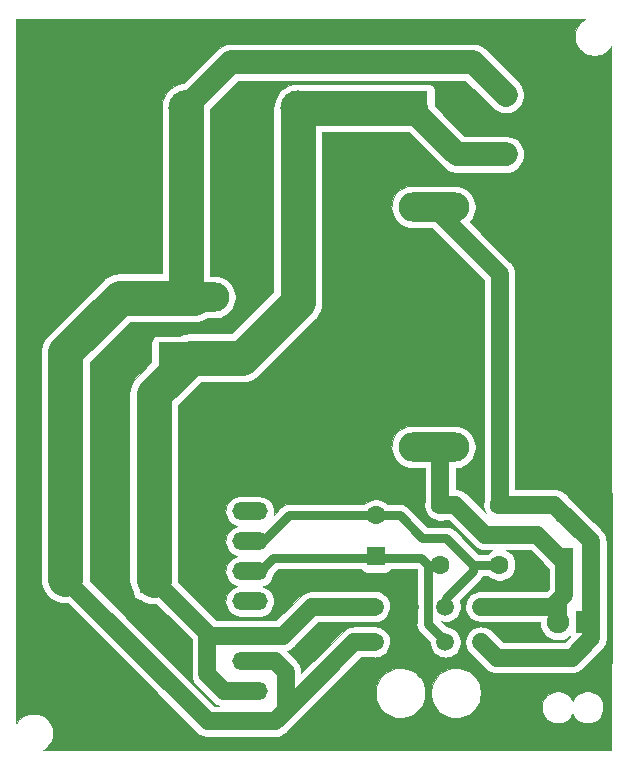
<source format=gbr>
G04 #@! TF.GenerationSoftware,KiCad,Pcbnew,(5.99.0-576-ga860ac506)*
G04 #@! TF.CreationDate,2021-04-05T16:40:01+02:00*
G04 #@! TF.ProjectId,8 Inch Floppy Power Supply,3820496e-6368-4204-966c-6f7070792050,rev?*
G04 #@! TF.SameCoordinates,Original*
G04 #@! TF.FileFunction,Copper,L2,Bot*
G04 #@! TF.FilePolarity,Positive*
%FSLAX46Y46*%
G04 Gerber Fmt 4.6, Leading zero omitted, Abs format (unit mm)*
G04 Created by KiCad (PCBNEW (5.99.0-576-ga860ac506)) date 2021-04-05 16:40:01*
%MOMM*%
%LPD*%
G04 APERTURE LIST*
%ADD10R,1.600000X1.600000*%
%ADD11C,1.600000*%
%ADD12R,1.900000X1.900000*%
%ADD13C,1.900000*%
%ADD14C,3.000000*%
%ADD15R,3.000000X3.000000*%
%ADD16R,6.000000X2.500000*%
%ADD17O,6.000000X2.500000*%
%ADD18O,3.000000X1.500000*%
%ADD19R,3.000000X1.500000*%
%ADD20R,2.400000X2.400000*%
%ADD21C,2.400000*%
%ADD22C,1.500000*%
%ADD23C,1.500000*%
%ADD24C,0.750000*%
%ADD25C,3.000000*%
%ADD26C,2.000000*%
%ADD27C,0.250000*%
%ADD28C,0.125000*%
G04 APERTURE END LIST*
D10*
X66929000Y-66047500D03*
D11*
X66929000Y-62547500D03*
D12*
X68897500Y-71628000D03*
D13*
X66397500Y-71628000D03*
D14*
X25411500Y-28067000D03*
X34911500Y-28067000D03*
D15*
X53911500Y-28067000D03*
D14*
X44411500Y-28067000D03*
D11*
X50990500Y-62540000D03*
D10*
X50990500Y-66040000D03*
D16*
X35560000Y-49149000D03*
D17*
X35560000Y-44069000D03*
X55880000Y-56769000D03*
X55880000Y-36449000D03*
D18*
X40322500Y-62230000D03*
X40322500Y-64770000D03*
X40322500Y-74930000D03*
X40322500Y-67310000D03*
X40322500Y-69850000D03*
X40322500Y-77470000D03*
D19*
X40322500Y-80010000D03*
D11*
X61451500Y-66738500D03*
X56451500Y-66738500D03*
X56451500Y-61658500D03*
X61451500Y-61658500D03*
X61976000Y-31940500D03*
X61976000Y-26940500D03*
D20*
X32194500Y-67945000D03*
D21*
X24694500Y-67945000D03*
D22*
X50880500Y-73279000D03*
X50880500Y-70279000D03*
X53880500Y-73279000D03*
X53880500Y-70279000D03*
X56880500Y-70279000D03*
X56880500Y-73279000D03*
X59880500Y-73279000D03*
X59880500Y-70279000D03*
D23*
X66929000Y-66484500D02*
X66929000Y-69342000D01*
X64643000Y-64198500D02*
X66929000Y-66484500D01*
X60261500Y-64198500D02*
X64643000Y-64198500D01*
X56451500Y-61658500D02*
X57721500Y-61658500D01*
X66929000Y-69342000D02*
X66421000Y-69850000D01*
X57721500Y-61658500D02*
X60261500Y-64198500D01*
X66103500Y-61658500D02*
X69215000Y-64770000D01*
X61468000Y-42100500D02*
X61468000Y-61658500D01*
X61214000Y-74612500D02*
X59880500Y-73279000D01*
X61468000Y-61658500D02*
X66103500Y-61658500D01*
X69215000Y-64770000D02*
X69215000Y-72955000D01*
X55880000Y-36512500D02*
X61468000Y-42100500D01*
X69215000Y-72955000D02*
X67557500Y-74612500D01*
X67557500Y-74612500D02*
X61214000Y-74612500D01*
D24*
X41148000Y-67310000D02*
X42291000Y-66167000D01*
X54800500Y-66167000D02*
X55372000Y-66738500D01*
X40322500Y-67310000D02*
X41148000Y-67310000D01*
X42291000Y-66167000D02*
X54800500Y-66167000D01*
X55372000Y-66738500D02*
X55372000Y-71755000D01*
X56451500Y-66738500D02*
X55372000Y-66738500D01*
X55372000Y-71755000D02*
X56896000Y-73279000D01*
X53022500Y-62547500D02*
X54927500Y-64452500D01*
X41402000Y-64770000D02*
X43624500Y-62547500D01*
D25*
X34925000Y-43497500D02*
X35560000Y-44132500D01*
D24*
X43624500Y-62547500D02*
X53022500Y-62547500D01*
X59245500Y-67246500D02*
X56896000Y-69596000D01*
X59245500Y-66738500D02*
X59245500Y-67246500D01*
D26*
X61976000Y-26940500D02*
X59229000Y-24193500D01*
D24*
X40322500Y-64770000D02*
X41402000Y-64770000D01*
X54927500Y-64452500D02*
X56959500Y-64452500D01*
X59245500Y-66738500D02*
X59690000Y-66738500D01*
X56959500Y-64452500D02*
X59245500Y-66738500D01*
D23*
X24701500Y-67945000D02*
X36766500Y-80010000D01*
X36766500Y-80010000D02*
X42453500Y-80010000D01*
X42453500Y-80010000D02*
X42785000Y-79678500D01*
D26*
X59229000Y-24193500D02*
X38735000Y-24193500D01*
X38735000Y-24193500D02*
X34925000Y-28003500D01*
D23*
X49184500Y-73279000D02*
X50863500Y-73279000D01*
D24*
X56896000Y-69596000D02*
X56896000Y-70294500D01*
X59690000Y-66738500D02*
X61404500Y-66738500D01*
D23*
X42785000Y-79678500D02*
X49184500Y-73279000D01*
X42799000Y-79664500D02*
X42785000Y-79678500D01*
D25*
X29337000Y-44132500D02*
X24701500Y-48768000D01*
D23*
X45593000Y-70294500D02*
X50863500Y-70294500D01*
X36703000Y-72517000D02*
X36957000Y-72771000D01*
X36957000Y-72771000D02*
X43116500Y-72771000D01*
D25*
X35560000Y-44132500D02*
X29337000Y-44132500D01*
X24701500Y-48768000D02*
X24701500Y-67945000D01*
X34925000Y-28003500D02*
X34925000Y-43497500D01*
D23*
X43116500Y-72771000D02*
X45593000Y-70294500D01*
D26*
X53911500Y-28067000D02*
X57848500Y-32004000D01*
X57848500Y-32004000D02*
X61976000Y-32004000D01*
D23*
X66421000Y-71628000D02*
X66357500Y-71691500D01*
X64960500Y-70294500D02*
X63373000Y-70294500D01*
X63373000Y-70294500D02*
X59880500Y-70294500D01*
D25*
X44386500Y-44513500D02*
X39687500Y-49212500D01*
D23*
X32194500Y-68008500D02*
X36703000Y-72517000D01*
D25*
X35306000Y-49212500D02*
X32194500Y-52324000D01*
X32194500Y-52324000D02*
X32194500Y-68008500D01*
X39687500Y-49212500D02*
X35306000Y-49212500D01*
X44386500Y-28067000D02*
X44386500Y-44513500D01*
X53911500Y-28067000D02*
X44386500Y-28067000D01*
D23*
X40322500Y-74930000D02*
X42481500Y-74930000D01*
X42481500Y-74930000D02*
X43370500Y-75819000D01*
X43370500Y-75819000D02*
X43370500Y-79093000D01*
X43370500Y-79093000D02*
X42799000Y-79664500D01*
X38163500Y-77470000D02*
X36703000Y-76009500D01*
X36703000Y-76009500D02*
X36703000Y-72517000D01*
X40322500Y-77470000D02*
X38163500Y-77470000D01*
D27*
X61595000Y-22225000D02*
X31253500Y-22225000D01*
X54546500Y-74993500D02*
X59118500Y-74993500D01*
X59118500Y-74993500D02*
X61087000Y-76962000D01*
X31253500Y-22225000D02*
X25411500Y-28067000D01*
X70866000Y-75057000D02*
X70866000Y-60642500D01*
X68961000Y-76962000D02*
X70866000Y-75057000D01*
D23*
X64960500Y-70294500D02*
X65976500Y-70294500D01*
X65976500Y-70294500D02*
X66421000Y-69850000D01*
D27*
X70866000Y-60642500D02*
X66929000Y-56705500D01*
D23*
X56451500Y-57404000D02*
X56451500Y-61658500D01*
X55880000Y-56832500D02*
X56451500Y-57404000D01*
D27*
X53911500Y-74358500D02*
X54546500Y-74993500D01*
D23*
X66421000Y-69850000D02*
X66421000Y-71628000D01*
D27*
X66929000Y-56705500D02*
X66929000Y-27559000D01*
X66929000Y-27559000D02*
X61595000Y-22225000D01*
X53911500Y-70294500D02*
X53911500Y-74358500D01*
X61087000Y-76962000D02*
X68961000Y-76962000D01*
G36*
X68629184Y-20578959D02*
G01*
X68417605Y-20732679D01*
X68232679Y-20917605D01*
X68078959Y-21129184D01*
X67960228Y-21362205D01*
X67879412Y-21610932D01*
X67838501Y-21869237D01*
X67838501Y-22130763D01*
X67879412Y-22389068D01*
X67960228Y-22637795D01*
X68078959Y-22870816D01*
X68232679Y-23082395D01*
X68417605Y-23267321D01*
X68629184Y-23421041D01*
X68862205Y-23539772D01*
X69110932Y-23620588D01*
X69369237Y-23661499D01*
X69630763Y-23661499D01*
X69889068Y-23620588D01*
X70137795Y-23539772D01*
X70370816Y-23421041D01*
X70582395Y-23267321D01*
X70767321Y-23082395D01*
X70921041Y-22870816D01*
X70938501Y-22836549D01*
X70938500Y-82438500D01*
X22836551Y-82438500D01*
X22870816Y-82421041D01*
X23082395Y-82267321D01*
X23267321Y-82082395D01*
X23421041Y-81870816D01*
X23539772Y-81637795D01*
X23620588Y-81389068D01*
X23661499Y-81130763D01*
X23661499Y-80869237D01*
X23620588Y-80610932D01*
X23539772Y-80362205D01*
X23421041Y-80129184D01*
X23267321Y-79917605D01*
X23082395Y-79732679D01*
X22870816Y-79578959D01*
X22637795Y-79460228D01*
X22389068Y-79379412D01*
X22130763Y-79338501D01*
X21869237Y-79338501D01*
X21610932Y-79379412D01*
X21362205Y-79460228D01*
X21129184Y-79578959D01*
X20917605Y-79732679D01*
X20732679Y-79917605D01*
X20578959Y-80129184D01*
X20561500Y-80163449D01*
X20561500Y-48677898D01*
X22640000Y-48677898D01*
X22640001Y-68034998D01*
X22663566Y-68304343D01*
X22756925Y-68652768D01*
X22909371Y-68979686D01*
X23116268Y-69275167D01*
X23371334Y-69530233D01*
X23666814Y-69737130D01*
X23993733Y-69889576D01*
X24342158Y-69982935D01*
X24701500Y-70014374D01*
X24898866Y-69997106D01*
X35800129Y-80898370D01*
X35856732Y-80965351D01*
X35957200Y-81042165D01*
X36055736Y-81121389D01*
X36070237Y-81128588D01*
X36083102Y-81138424D01*
X36197730Y-81191875D01*
X36310972Y-81248089D01*
X36326681Y-81252005D01*
X36342937Y-81259586D01*
X36385038Y-81266556D01*
X36587459Y-81317026D01*
X36710696Y-81320469D01*
X36716928Y-81321500D01*
X36747619Y-81321500D01*
X36872300Y-81324983D01*
X36890558Y-81321500D01*
X38773375Y-81321500D01*
X38817119Y-81329213D01*
X41830597Y-81329213D01*
X41859381Y-81321500D01*
X42398357Y-81321500D01*
X42485731Y-81328837D01*
X42611080Y-81312113D01*
X42736786Y-81298457D01*
X42752131Y-81293293D01*
X42768180Y-81291151D01*
X42886982Y-81247911D01*
X43006855Y-81207568D01*
X43020736Y-81199228D01*
X43037586Y-81193095D01*
X43072279Y-81168258D01*
X43251107Y-81060808D01*
X43340683Y-80976099D01*
X43345816Y-80972424D01*
X43367507Y-80950733D01*
X43458145Y-80865021D01*
X43468593Y-80849647D01*
X43760341Y-80557899D01*
X44258866Y-80059375D01*
X44325851Y-80002768D01*
X44359553Y-79958687D01*
X46719240Y-77599000D01*
X50963845Y-77599000D01*
X50984444Y-77893581D01*
X51045840Y-78182429D01*
X51146840Y-78459921D01*
X51285475Y-78720657D01*
X51459048Y-78959560D01*
X51664181Y-79171981D01*
X51896882Y-79353786D01*
X52152619Y-79501437D01*
X52426418Y-79612059D01*
X52712947Y-79683499D01*
X53006629Y-79714366D01*
X53301751Y-79704059D01*
X53592566Y-79652782D01*
X53873413Y-79561528D01*
X54138828Y-79432078D01*
X54383643Y-79266947D01*
X54603094Y-79069352D01*
X54792910Y-78843139D01*
X54949396Y-78592709D01*
X55069505Y-78322939D01*
X55150901Y-78039078D01*
X55191999Y-77746651D01*
X55191999Y-77599000D01*
X55663845Y-77599000D01*
X55684444Y-77893581D01*
X55745840Y-78182429D01*
X55846840Y-78459921D01*
X55985475Y-78720657D01*
X56159048Y-78959560D01*
X56364181Y-79171981D01*
X56596882Y-79353786D01*
X56852619Y-79501437D01*
X57126418Y-79612059D01*
X57412947Y-79683499D01*
X57706629Y-79714366D01*
X58001751Y-79704059D01*
X58292566Y-79652782D01*
X58573413Y-79561528D01*
X58838828Y-79432078D01*
X59083643Y-79266947D01*
X59303094Y-79069352D01*
X59492910Y-78843139D01*
X59589299Y-78688884D01*
X65036001Y-78688884D01*
X65036001Y-78927116D01*
X65077370Y-79161728D01*
X65158849Y-79385592D01*
X65277965Y-79591907D01*
X65431097Y-79774403D01*
X65613593Y-79927535D01*
X65819908Y-80046651D01*
X66043772Y-80128130D01*
X66278384Y-80169499D01*
X66516616Y-80169499D01*
X66751228Y-80128130D01*
X66975092Y-80046651D01*
X67181407Y-79927535D01*
X67363903Y-79774403D01*
X67517035Y-79591907D01*
X67636151Y-79385592D01*
X67647500Y-79354411D01*
X67658849Y-79385592D01*
X67777965Y-79591907D01*
X67931097Y-79774403D01*
X68113593Y-79927535D01*
X68319908Y-80046651D01*
X68543772Y-80128130D01*
X68778384Y-80169499D01*
X69016616Y-80169499D01*
X69251228Y-80128130D01*
X69475092Y-80046651D01*
X69681407Y-79927535D01*
X69863903Y-79774403D01*
X70017035Y-79591907D01*
X70136151Y-79385592D01*
X70217630Y-79161728D01*
X70258999Y-78927116D01*
X70258999Y-78688884D01*
X70217630Y-78454272D01*
X70136151Y-78230408D01*
X70017035Y-78024093D01*
X69863903Y-77841597D01*
X69681407Y-77688465D01*
X69475092Y-77569349D01*
X69251228Y-77487870D01*
X69016616Y-77446501D01*
X68778384Y-77446501D01*
X68543772Y-77487870D01*
X68319908Y-77569349D01*
X68113593Y-77688465D01*
X67931097Y-77841597D01*
X67777965Y-78024093D01*
X67658849Y-78230408D01*
X67647500Y-78261589D01*
X67636151Y-78230408D01*
X67517035Y-78024093D01*
X67363903Y-77841597D01*
X67181407Y-77688465D01*
X66975092Y-77569349D01*
X66751228Y-77487870D01*
X66516616Y-77446501D01*
X66278384Y-77446501D01*
X66043772Y-77487870D01*
X65819908Y-77569349D01*
X65613593Y-77688465D01*
X65431097Y-77841597D01*
X65277965Y-78024093D01*
X65158849Y-78230408D01*
X65077370Y-78454272D01*
X65036001Y-78688884D01*
X59589299Y-78688884D01*
X59649396Y-78592709D01*
X59769505Y-78322939D01*
X59850901Y-78039078D01*
X59891999Y-77746651D01*
X59891999Y-77451349D01*
X59850901Y-77158922D01*
X59769505Y-76875061D01*
X59649396Y-76605291D01*
X59492910Y-76354861D01*
X59303094Y-76128648D01*
X59083643Y-75931053D01*
X58838828Y-75765922D01*
X58573413Y-75636472D01*
X58292566Y-75545218D01*
X58001751Y-75493941D01*
X57706629Y-75483634D01*
X57412947Y-75514501D01*
X57126418Y-75585941D01*
X56852619Y-75696563D01*
X56596882Y-75844214D01*
X56364181Y-76026019D01*
X56159048Y-76238440D01*
X55985475Y-76477343D01*
X55846840Y-76738079D01*
X55745840Y-77015571D01*
X55684444Y-77304419D01*
X55663845Y-77599000D01*
X55191999Y-77599000D01*
X55191999Y-77451349D01*
X55150901Y-77158922D01*
X55069505Y-76875061D01*
X54949396Y-76605291D01*
X54792910Y-76354861D01*
X54603094Y-76128648D01*
X54383643Y-75931053D01*
X54138828Y-75765922D01*
X53873413Y-75636472D01*
X53592566Y-75545218D01*
X53301751Y-75493941D01*
X53006629Y-75483634D01*
X52712947Y-75514501D01*
X52426418Y-75585941D01*
X52152619Y-75696563D01*
X51896882Y-75844214D01*
X51664181Y-76026019D01*
X51459048Y-76238440D01*
X51285475Y-76477343D01*
X51146840Y-76738079D01*
X51045840Y-77015571D01*
X50984444Y-77304419D01*
X50963845Y-77599000D01*
X46719240Y-77599000D01*
X49727741Y-74590500D01*
X50824539Y-74590500D01*
X50887394Y-74595779D01*
X51120467Y-74573747D01*
X51140584Y-74568130D01*
X51146787Y-74567456D01*
X51165248Y-74561243D01*
X51345954Y-74510789D01*
X51556729Y-74408897D01*
X51746129Y-74271289D01*
X51908168Y-74102317D01*
X52037723Y-73907321D01*
X52130700Y-73692464D01*
X52184345Y-73463747D01*
X52192227Y-73162744D01*
X52150626Y-72931533D01*
X52069021Y-72712104D01*
X51949849Y-72510595D01*
X51796876Y-72333374D01*
X51614937Y-72186042D01*
X51409783Y-72073259D01*
X51306674Y-72038558D01*
X51287062Y-72029413D01*
X51272180Y-72026950D01*
X51187900Y-71998587D01*
X50956300Y-71964387D01*
X50857233Y-71967500D01*
X49239643Y-71967500D01*
X49152268Y-71960163D01*
X49026910Y-71976889D01*
X48901214Y-71990543D01*
X48885867Y-71995708D01*
X48869819Y-71997849D01*
X48750997Y-72041097D01*
X48631147Y-72081431D01*
X48617268Y-72089770D01*
X48600413Y-72095906D01*
X48565721Y-72120742D01*
X48386893Y-72228192D01*
X48297318Y-72312899D01*
X48292182Y-72316577D01*
X48270475Y-72338284D01*
X48179855Y-72423979D01*
X48169409Y-72439350D01*
X44682000Y-75926760D01*
X44682000Y-75874143D01*
X44689337Y-75786768D01*
X44672611Y-75661410D01*
X44658957Y-75535714D01*
X44653792Y-75520367D01*
X44651651Y-75504319D01*
X44608403Y-75385497D01*
X44568069Y-75265647D01*
X44559730Y-75251768D01*
X44553594Y-75234913D01*
X44528758Y-75200221D01*
X44421308Y-75021393D01*
X44336601Y-74931819D01*
X44332925Y-74926684D01*
X44311206Y-74904965D01*
X44225520Y-74814355D01*
X44210151Y-74803910D01*
X43451131Y-74044890D01*
X43549982Y-74008911D01*
X43669855Y-73968568D01*
X43683736Y-73960228D01*
X43700586Y-73954095D01*
X43735279Y-73929258D01*
X43914107Y-73821808D01*
X44003683Y-73737099D01*
X44008816Y-73733424D01*
X44030507Y-73711733D01*
X44121145Y-73626021D01*
X44131593Y-73610647D01*
X46136241Y-71606000D01*
X50934672Y-71606000D01*
X51146786Y-71582957D01*
X51416854Y-71492069D01*
X51549295Y-71412491D01*
X51556728Y-71408898D01*
X51563670Y-71403853D01*
X51661106Y-71345308D01*
X51717001Y-71292453D01*
X51746129Y-71271289D01*
X51811851Y-71202755D01*
X51868145Y-71149521D01*
X51880902Y-71130750D01*
X51908168Y-71102317D01*
X52037723Y-70907321D01*
X52130700Y-70692464D01*
X52184345Y-70463747D01*
X52192227Y-70162744D01*
X52150626Y-69931533D01*
X52069021Y-69712104D01*
X51949849Y-69510595D01*
X51796876Y-69333374D01*
X51614937Y-69186042D01*
X51409783Y-69073259D01*
X51187900Y-68998587D01*
X50956300Y-68964387D01*
X50722304Y-68971741D01*
X50669334Y-68983000D01*
X45648143Y-68983000D01*
X45560768Y-68975663D01*
X45435410Y-68992389D01*
X45309714Y-69006043D01*
X45294367Y-69011208D01*
X45278319Y-69013349D01*
X45159504Y-69056594D01*
X45039646Y-69096931D01*
X45025766Y-69105272D01*
X45008913Y-69111405D01*
X44974221Y-69136242D01*
X44795393Y-69243692D01*
X44705818Y-69328399D01*
X44700682Y-69332077D01*
X44678975Y-69353784D01*
X44588355Y-69439479D01*
X44577909Y-69454850D01*
X42573260Y-71459500D01*
X37500241Y-71459500D01*
X34246606Y-68205866D01*
X34256000Y-68098498D01*
X34256000Y-62271361D01*
X38256353Y-62271361D01*
X38284479Y-62503777D01*
X38353317Y-62727540D01*
X38460692Y-62935574D01*
X38603210Y-63121308D01*
X38776366Y-63278867D01*
X38974686Y-63403275D01*
X39193565Y-63491263D01*
X39247274Y-63499194D01*
X39113502Y-63535790D01*
X38902196Y-63636578D01*
X38712078Y-63773192D01*
X38549157Y-63941313D01*
X38418583Y-64135628D01*
X38324482Y-64349995D01*
X38269830Y-64577638D01*
X38256353Y-64811361D01*
X38284479Y-65043777D01*
X38353317Y-65267540D01*
X38460692Y-65475574D01*
X38603210Y-65661308D01*
X38776366Y-65818867D01*
X38974686Y-65943275D01*
X39193565Y-66031263D01*
X39247274Y-66039194D01*
X39113502Y-66075790D01*
X38902196Y-66176578D01*
X38712078Y-66313192D01*
X38549157Y-66481313D01*
X38418583Y-66675628D01*
X38324482Y-66889995D01*
X38269830Y-67117638D01*
X38256353Y-67351361D01*
X38284479Y-67583777D01*
X38353317Y-67807540D01*
X38460692Y-68015574D01*
X38603210Y-68201308D01*
X38776366Y-68358867D01*
X38974686Y-68483275D01*
X39193565Y-68571263D01*
X39247274Y-68579194D01*
X39113502Y-68615790D01*
X38902196Y-68716578D01*
X38712078Y-68853192D01*
X38549157Y-69021313D01*
X38418583Y-69215628D01*
X38324482Y-69429995D01*
X38269830Y-69657638D01*
X38256353Y-69891361D01*
X38284479Y-70123777D01*
X38353317Y-70347540D01*
X38460692Y-70555574D01*
X38603210Y-70741308D01*
X38776366Y-70898867D01*
X38974686Y-71023275D01*
X39193565Y-71111263D01*
X39533772Y-71161500D01*
X41131847Y-71161500D01*
X41305685Y-71145986D01*
X41531498Y-71084210D01*
X41742804Y-70983422D01*
X41932922Y-70846808D01*
X42095843Y-70678687D01*
X42226417Y-70484372D01*
X42320518Y-70270005D01*
X42375170Y-70042362D01*
X42388647Y-69808639D01*
X42360521Y-69576223D01*
X42291683Y-69352460D01*
X42184308Y-69144426D01*
X42041790Y-68958692D01*
X41868634Y-68801133D01*
X41670314Y-68676725D01*
X41451435Y-68588737D01*
X41397726Y-68580806D01*
X41531498Y-68544210D01*
X41742804Y-68443422D01*
X41932922Y-68306808D01*
X42095843Y-68138687D01*
X42226417Y-67944372D01*
X42320518Y-67730005D01*
X42375170Y-67502362D01*
X42380991Y-67401420D01*
X42678911Y-67103500D01*
X49689722Y-67103500D01*
X49694932Y-67122944D01*
X49824007Y-67276770D01*
X49995493Y-67375777D01*
X50185119Y-67409213D01*
X51798597Y-67409213D01*
X52073444Y-67335568D01*
X52227270Y-67206493D01*
X52286733Y-67103500D01*
X54412590Y-67103500D01*
X54435500Y-67126410D01*
X54435501Y-71693618D01*
X54427420Y-71755000D01*
X54459605Y-71999475D01*
X54553969Y-72227290D01*
X54617508Y-72310094D01*
X54704082Y-72422919D01*
X54753196Y-72460606D01*
X55565969Y-73273380D01*
X55578855Y-73478180D01*
X55634698Y-73705533D01*
X55729919Y-73919404D01*
X55861510Y-74113034D01*
X56025309Y-74280300D01*
X56216140Y-74415916D01*
X56427970Y-74515596D01*
X56654104Y-74576188D01*
X56887394Y-74595779D01*
X57120467Y-74573747D01*
X57345954Y-74510789D01*
X57556729Y-74408897D01*
X57746129Y-74271289D01*
X57908168Y-74102317D01*
X58037723Y-73907321D01*
X58130700Y-73692464D01*
X58184345Y-73463747D01*
X58192227Y-73162744D01*
X58150626Y-72931533D01*
X58069021Y-72712104D01*
X57949849Y-72510595D01*
X57796876Y-72333374D01*
X57614937Y-72186042D01*
X57409783Y-72073259D01*
X57187900Y-71998587D01*
X56956300Y-71964387D01*
X56907336Y-71965925D01*
X56467634Y-71526224D01*
X56654104Y-71576188D01*
X56887394Y-71595779D01*
X57120467Y-71573747D01*
X57345954Y-71510789D01*
X57556729Y-71408897D01*
X57746129Y-71271289D01*
X57908168Y-71102317D01*
X58037723Y-70907321D01*
X58130700Y-70692464D01*
X58184345Y-70463747D01*
X58192227Y-70162744D01*
X58150626Y-69931533D01*
X58078586Y-69737825D01*
X59864305Y-67952106D01*
X59913419Y-67914419D01*
X60063531Y-67718790D01*
X60081670Y-67675000D01*
X60460005Y-67675000D01*
X60485097Y-67704903D01*
X60667593Y-67858035D01*
X60873908Y-67977151D01*
X61097772Y-68058630D01*
X61332384Y-68099999D01*
X61570616Y-68099999D01*
X61805228Y-68058630D01*
X62029092Y-67977151D01*
X62235407Y-67858035D01*
X62417903Y-67704903D01*
X62571035Y-67522407D01*
X62690151Y-67316092D01*
X62771630Y-67092228D01*
X62812999Y-66857616D01*
X62812999Y-66619384D01*
X62771630Y-66384772D01*
X62690151Y-66160908D01*
X62571035Y-65954593D01*
X62417903Y-65772097D01*
X62235407Y-65618965D01*
X62046674Y-65510000D01*
X64099760Y-65510000D01*
X65601672Y-67011913D01*
X65617500Y-67070983D01*
X65617501Y-68798759D01*
X65532642Y-68883618D01*
X65465649Y-68940232D01*
X65432951Y-68983000D01*
X60082347Y-68983000D01*
X59956300Y-68964387D01*
X59722304Y-68971741D01*
X59493309Y-69020415D01*
X59276552Y-69108872D01*
X59078885Y-69234315D01*
X58906557Y-69392779D01*
X58765013Y-69579256D01*
X58717530Y-69672447D01*
X58715678Y-69675171D01*
X58713998Y-69679379D01*
X58658728Y-69787851D01*
X58622135Y-69909053D01*
X58609865Y-69939732D01*
X58606215Y-69961783D01*
X58591062Y-70011970D01*
X58575178Y-70149269D01*
X58563326Y-70220859D01*
X58564438Y-70242084D01*
X58564155Y-70244529D01*
X58566617Y-70283673D01*
X58578238Y-70505421D01*
X58653909Y-70780142D01*
X58786807Y-71032205D01*
X58970732Y-71249851D01*
X59197102Y-71422923D01*
X59456937Y-71544086D01*
X59830926Y-71606000D01*
X64886010Y-71606000D01*
X64883339Y-71715306D01*
X64917929Y-71961435D01*
X64992256Y-72198611D01*
X65104321Y-72420461D01*
X65251115Y-72621030D01*
X65428696Y-72794931D01*
X65632295Y-72937492D01*
X65856444Y-73044886D01*
X66095124Y-73114229D01*
X66341924Y-73143658D01*
X66590216Y-73132383D01*
X66833333Y-73080707D01*
X67064746Y-72990017D01*
X67278239Y-72862750D01*
X67420258Y-72742734D01*
X67451932Y-72860944D01*
X67453019Y-72862240D01*
X67014260Y-73301000D01*
X61757241Y-73301000D01*
X60842686Y-72386446D01*
X60796876Y-72333374D01*
X60758697Y-72302457D01*
X60757544Y-72301304D01*
X60719533Y-72270742D01*
X60614939Y-72186044D01*
X60612570Y-72184742D01*
X60591262Y-72167610D01*
X60489731Y-72117210D01*
X60409783Y-72073259D01*
X60383104Y-72064280D01*
X60336028Y-72040911D01*
X60249729Y-72019394D01*
X60187900Y-71998587D01*
X60134861Y-71990754D01*
X60059540Y-71971975D01*
X59995585Y-71970188D01*
X59956300Y-71964387D01*
X59877049Y-71966877D01*
X59774700Y-71964018D01*
X59736566Y-71971292D01*
X59722304Y-71971741D01*
X59618057Y-71993899D01*
X59494794Y-72017413D01*
X59377964Y-72067486D01*
X59276553Y-72108871D01*
X59266460Y-72115276D01*
X59232884Y-72129667D01*
X59147813Y-72190573D01*
X59078885Y-72234315D01*
X59051350Y-72259634D01*
X59001190Y-72295546D01*
X58947730Y-72354918D01*
X58906557Y-72392779D01*
X58868524Y-72442885D01*
X58810519Y-72507305D01*
X58783429Y-72554994D01*
X58765013Y-72579256D01*
X58724699Y-72658376D01*
X58669769Y-72755071D01*
X58661006Y-72783382D01*
X58658729Y-72787850D01*
X58623389Y-72904900D01*
X58585507Y-73027279D01*
X58575492Y-73146551D01*
X58564155Y-73244531D01*
X58565487Y-73265700D01*
X58561663Y-73311231D01*
X58574319Y-73406089D01*
X58578855Y-73478180D01*
X58589983Y-73523483D01*
X58599349Y-73593680D01*
X58623569Y-73660224D01*
X58634698Y-73705533D01*
X58664078Y-73771520D01*
X58697405Y-73863086D01*
X58717081Y-73890570D01*
X58729920Y-73919405D01*
X58861510Y-74113034D01*
X58916695Y-74169387D01*
X58918078Y-74171318D01*
X58942607Y-74195847D01*
X59025310Y-74280300D01*
X59031359Y-74284599D01*
X60247629Y-75500870D01*
X60304232Y-75567851D01*
X60404700Y-75644665D01*
X60503236Y-75723889D01*
X60517737Y-75731088D01*
X60530602Y-75740924D01*
X60645230Y-75794375D01*
X60758472Y-75850589D01*
X60774181Y-75854505D01*
X60790437Y-75862086D01*
X60832538Y-75869056D01*
X61034959Y-75919526D01*
X61158196Y-75922969D01*
X61164428Y-75924000D01*
X61195119Y-75924000D01*
X61319800Y-75927483D01*
X61338058Y-75924000D01*
X67502357Y-75924000D01*
X67589731Y-75931337D01*
X67715080Y-75914613D01*
X67840786Y-75900957D01*
X67856131Y-75895793D01*
X67872180Y-75893651D01*
X67990982Y-75850411D01*
X68110855Y-75810068D01*
X68124736Y-75801728D01*
X68141586Y-75795595D01*
X68176279Y-75770758D01*
X68355107Y-75663308D01*
X68444683Y-75578599D01*
X68449816Y-75574924D01*
X68471507Y-75553233D01*
X68562144Y-75467522D01*
X68572593Y-75452148D01*
X70103370Y-73921371D01*
X70170351Y-73864768D01*
X70247165Y-73764300D01*
X70326389Y-73665764D01*
X70333588Y-73651263D01*
X70343424Y-73638398D01*
X70396875Y-73523770D01*
X70453089Y-73410528D01*
X70457005Y-73394820D01*
X70464586Y-73378564D01*
X70471557Y-73336459D01*
X70522025Y-73134041D01*
X70525468Y-73010809D01*
X70526500Y-73004572D01*
X70526500Y-72973845D01*
X70529982Y-72849200D01*
X70526500Y-72830947D01*
X70526500Y-64825139D01*
X70533837Y-64737768D01*
X70517113Y-64612428D01*
X70503457Y-64486715D01*
X70498292Y-64471368D01*
X70496150Y-64455318D01*
X70452919Y-64336541D01*
X70412569Y-64216646D01*
X70404228Y-64202764D01*
X70398094Y-64185912D01*
X70373263Y-64151230D01*
X70265808Y-63972393D01*
X70181101Y-63882819D01*
X70177425Y-63877684D01*
X70155705Y-63855964D01*
X70070019Y-63765354D01*
X70054650Y-63754910D01*
X67971363Y-61671623D01*
X67895403Y-61581097D01*
X67804877Y-61505137D01*
X67069882Y-60770142D01*
X67013268Y-60703149D01*
X66912779Y-60626319D01*
X66814262Y-60547110D01*
X66799762Y-60539913D01*
X66786898Y-60530077D01*
X66672254Y-60476617D01*
X66559029Y-60420412D01*
X66543321Y-60416494D01*
X66527062Y-60408914D01*
X66484956Y-60401943D01*
X66282540Y-60351475D01*
X66159309Y-60348032D01*
X66153072Y-60347000D01*
X66122344Y-60347000D01*
X65997700Y-60343518D01*
X65979447Y-60347000D01*
X62779500Y-60347000D01*
X62779500Y-42155643D01*
X62786837Y-42068267D01*
X62770113Y-41942928D01*
X62756457Y-41817215D01*
X62751292Y-41801868D01*
X62749150Y-41785818D01*
X62705913Y-41667025D01*
X62665569Y-41547146D01*
X62657228Y-41533266D01*
X62651095Y-41516413D01*
X62626258Y-41481721D01*
X62518808Y-41302893D01*
X62434101Y-41213319D01*
X62430425Y-41208184D01*
X62408705Y-41186464D01*
X62323020Y-41095855D01*
X62307651Y-41085410D01*
X58931570Y-37709329D01*
X59041745Y-37592209D01*
X59195215Y-37370983D01*
X59314300Y-37129502D01*
X59396385Y-36873072D01*
X59439664Y-36607325D01*
X59443189Y-36338100D01*
X59406880Y-36071312D01*
X59331537Y-35812822D01*
X59218813Y-35568306D01*
X59071187Y-35343138D01*
X58891900Y-35142265D01*
X58684892Y-34970097D01*
X58454708Y-34830418D01*
X58206408Y-34726297D01*
X57945052Y-34659922D01*
X57688772Y-34637500D01*
X54061686Y-34637500D01*
X53861493Y-34652377D01*
X53598885Y-34711799D01*
X53347944Y-34809385D01*
X53114183Y-34942990D01*
X52902739Y-35109679D01*
X52718255Y-35305791D01*
X52564785Y-35527017D01*
X52445700Y-35768498D01*
X52363615Y-36024928D01*
X52320336Y-36290675D01*
X52316811Y-36559900D01*
X52353120Y-36826688D01*
X52428463Y-37085178D01*
X52541187Y-37329694D01*
X52688813Y-37554862D01*
X52868100Y-37755735D01*
X53075108Y-37927903D01*
X53305292Y-38067582D01*
X53553592Y-38171703D01*
X53814948Y-38238078D01*
X54071228Y-38260500D01*
X55773260Y-38260500D01*
X60156500Y-42643741D01*
X60156501Y-61235724D01*
X60131370Y-61304772D01*
X60090001Y-61539384D01*
X60090001Y-61777616D01*
X60131370Y-62012228D01*
X60212849Y-62236092D01*
X60293467Y-62375726D01*
X58687882Y-60770142D01*
X58631268Y-60703149D01*
X58530779Y-60626319D01*
X58432262Y-60547110D01*
X58417762Y-60539913D01*
X58404898Y-60530077D01*
X58290254Y-60476617D01*
X58177029Y-60420412D01*
X58161321Y-60416494D01*
X58145062Y-60408914D01*
X58102956Y-60401943D01*
X57900540Y-60351475D01*
X57777309Y-60348032D01*
X57771072Y-60347000D01*
X57763000Y-60347000D01*
X57763000Y-58575693D01*
X57898507Y-58565623D01*
X58161115Y-58506201D01*
X58412056Y-58408615D01*
X58645817Y-58275010D01*
X58857261Y-58108321D01*
X59041745Y-57912209D01*
X59195215Y-57690983D01*
X59314300Y-57449502D01*
X59396385Y-57193072D01*
X59439664Y-56927325D01*
X59443189Y-56658100D01*
X59406880Y-56391312D01*
X59331537Y-56132822D01*
X59218813Y-55888306D01*
X59071187Y-55663138D01*
X58891900Y-55462265D01*
X58684892Y-55290097D01*
X58454708Y-55150418D01*
X58206408Y-55046297D01*
X57945052Y-54979922D01*
X57688772Y-54957500D01*
X54061686Y-54957500D01*
X53861493Y-54972377D01*
X53598885Y-55031799D01*
X53347944Y-55129385D01*
X53114183Y-55262990D01*
X52902739Y-55429679D01*
X52718255Y-55625791D01*
X52564785Y-55847017D01*
X52445700Y-56088498D01*
X52363615Y-56344928D01*
X52320336Y-56610675D01*
X52316811Y-56879900D01*
X52353120Y-57146688D01*
X52428463Y-57405178D01*
X52541187Y-57649694D01*
X52688813Y-57874862D01*
X52868100Y-58075735D01*
X53075108Y-58247903D01*
X53305292Y-58387582D01*
X53553592Y-58491703D01*
X53814948Y-58558078D01*
X54071228Y-58580500D01*
X55140000Y-58580500D01*
X55140001Y-61281058D01*
X55131370Y-61304772D01*
X55090001Y-61539384D01*
X55090001Y-61777616D01*
X55131370Y-62012228D01*
X55212849Y-62236092D01*
X55331965Y-62442407D01*
X55485097Y-62624903D01*
X55667593Y-62778035D01*
X55873908Y-62897151D01*
X56097772Y-62978630D01*
X56332384Y-63019999D01*
X56570616Y-63019999D01*
X56805228Y-62978630D01*
X56828939Y-62970000D01*
X57178260Y-62970000D01*
X59295118Y-65086858D01*
X59351732Y-65153851D01*
X59452217Y-65230678D01*
X59550735Y-65309888D01*
X59565234Y-65317086D01*
X59578103Y-65326924D01*
X59692728Y-65380374D01*
X59805970Y-65436589D01*
X59821684Y-65440507D01*
X59837938Y-65448086D01*
X59880037Y-65455055D01*
X60082459Y-65505525D01*
X60205691Y-65508968D01*
X60211928Y-65510000D01*
X60242655Y-65510000D01*
X60367299Y-65513482D01*
X60385552Y-65510000D01*
X60856326Y-65510000D01*
X60667593Y-65618965D01*
X60485097Y-65772097D01*
X60460005Y-65802000D01*
X59633411Y-65802000D01*
X57665109Y-63833699D01*
X57627419Y-63784581D01*
X57431790Y-63634469D01*
X57203976Y-63540105D01*
X57020879Y-63516000D01*
X57020874Y-63516000D01*
X56959500Y-63507920D01*
X56898126Y-63516000D01*
X55315411Y-63516000D01*
X53728109Y-61928699D01*
X53690419Y-61879581D01*
X53494790Y-61729469D01*
X53266976Y-61635105D01*
X53083879Y-61611000D01*
X53083874Y-61611000D01*
X53022500Y-61602920D01*
X52961126Y-61611000D01*
X51988288Y-61611000D01*
X51956903Y-61573597D01*
X51774407Y-61420465D01*
X51568092Y-61301349D01*
X51344228Y-61219870D01*
X51109616Y-61178501D01*
X50871384Y-61178501D01*
X50636772Y-61219870D01*
X50412908Y-61301349D01*
X50206593Y-61420465D01*
X50024097Y-61573597D01*
X49992712Y-61611000D01*
X43685880Y-61611000D01*
X43624500Y-61602919D01*
X43559125Y-61611526D01*
X43380024Y-61635105D01*
X43152210Y-61729469D01*
X42956581Y-61879581D01*
X42918894Y-61928695D01*
X42359356Y-62488233D01*
X42375170Y-62422362D01*
X42388647Y-62188639D01*
X42360521Y-61956223D01*
X42291683Y-61732460D01*
X42184308Y-61524426D01*
X42041790Y-61338692D01*
X41868634Y-61181133D01*
X41670314Y-61056725D01*
X41451435Y-60968737D01*
X41111228Y-60918500D01*
X39513153Y-60918500D01*
X39339315Y-60934014D01*
X39113502Y-60995790D01*
X38902196Y-61096578D01*
X38712078Y-61233192D01*
X38549157Y-61401313D01*
X38418583Y-61595628D01*
X38324482Y-61809995D01*
X38269830Y-62037638D01*
X38256353Y-62271361D01*
X34256000Y-62271361D01*
X34256000Y-53177900D01*
X36159901Y-51274000D01*
X39777603Y-51274000D01*
X39777614Y-51273999D01*
X39867858Y-51273999D01*
X39956838Y-51258310D01*
X40046843Y-51250435D01*
X40134126Y-51227049D01*
X40223093Y-51211360D01*
X40307975Y-51180466D01*
X40395268Y-51157076D01*
X40477160Y-51118889D01*
X40562055Y-51087990D01*
X40640297Y-51042816D01*
X40722187Y-51004630D01*
X40796200Y-50952805D01*
X40874443Y-50907631D01*
X40943645Y-50849563D01*
X41017667Y-50797733D01*
X41268928Y-50546472D01*
X45907913Y-45907488D01*
X45907918Y-45907482D01*
X45971733Y-45843667D01*
X46023559Y-45769651D01*
X46081631Y-45700444D01*
X46126803Y-45622204D01*
X46178630Y-45548186D01*
X46216812Y-45466307D01*
X46261990Y-45388055D01*
X46292890Y-45303157D01*
X46331076Y-45221268D01*
X46354460Y-45133993D01*
X46385361Y-45049093D01*
X46401052Y-44960108D01*
X46424435Y-44872843D01*
X46432310Y-44782840D01*
X46447999Y-44693858D01*
X46447999Y-44603614D01*
X46448000Y-44603603D01*
X46448000Y-30128500D01*
X52362375Y-30128500D01*
X52406119Y-30136213D01*
X53772420Y-30136213D01*
X56728515Y-33092309D01*
X56822923Y-33192143D01*
X56905947Y-33250277D01*
X56984491Y-33314336D01*
X57035573Y-33341042D01*
X57082779Y-33374096D01*
X57175793Y-33414346D01*
X57265618Y-33461307D01*
X57321023Y-33477194D01*
X57375412Y-33500730D01*
X57435594Y-33510047D01*
X57570556Y-33548745D01*
X57886846Y-33573083D01*
X57946872Y-33565500D01*
X62055265Y-33565500D01*
X62291602Y-33541494D01*
X62594312Y-33446631D01*
X62871765Y-33292836D01*
X63112625Y-33086394D01*
X63307055Y-32835736D01*
X63447112Y-32551101D01*
X63527076Y-32244119D01*
X63543678Y-31927327D01*
X63496241Y-31613669D01*
X63386703Y-31315953D01*
X63219540Y-31046346D01*
X63001577Y-30815857D01*
X62741721Y-30633904D01*
X62449088Y-30507270D01*
X62030697Y-30442500D01*
X58495294Y-30442500D01*
X55980713Y-27927920D01*
X55980713Y-26558903D01*
X55907068Y-26284057D01*
X55777993Y-26130231D01*
X55606507Y-26031223D01*
X55416881Y-25997787D01*
X52403403Y-25997787D01*
X52374619Y-26005500D01*
X44476498Y-26005500D01*
X44386500Y-25997626D01*
X44318521Y-26003573D01*
X44299731Y-26003262D01*
X44248210Y-26009725D01*
X44027157Y-26029065D01*
X43678732Y-26122424D01*
X43351814Y-26274870D01*
X43056333Y-26481767D01*
X42801267Y-26736833D01*
X42594370Y-27032313D01*
X42441924Y-27359232D01*
X42348565Y-27707657D01*
X42317126Y-28067000D01*
X42325000Y-28156998D01*
X42325001Y-43659598D01*
X38833600Y-47151000D01*
X35216018Y-47151000D01*
X35215995Y-47151002D01*
X35125641Y-47151002D01*
X35036670Y-47166689D01*
X34946657Y-47174565D01*
X34859374Y-47197951D01*
X34770406Y-47213640D01*
X34685514Y-47244538D01*
X34598232Y-47267924D01*
X34516336Y-47306113D01*
X34451293Y-47329787D01*
X32551903Y-47329787D01*
X32277057Y-47403432D01*
X32123231Y-47532507D01*
X32024223Y-47703993D01*
X31990787Y-47893619D01*
X31990787Y-49612313D01*
X30609267Y-50993833D01*
X30557438Y-51067854D01*
X30499369Y-51137057D01*
X30454197Y-51215297D01*
X30402370Y-51289315D01*
X30364186Y-51371199D01*
X30319010Y-51449445D01*
X30288109Y-51534345D01*
X30249924Y-51616234D01*
X30226535Y-51703522D01*
X30195640Y-51788407D01*
X30179950Y-51877386D01*
X30156565Y-51964658D01*
X30148690Y-52054663D01*
X30133001Y-52143642D01*
X30133001Y-52233887D01*
X30133000Y-52233898D01*
X30133001Y-68098498D01*
X30156566Y-68367843D01*
X30249925Y-68716268D01*
X30402371Y-69043187D01*
X30425287Y-69075914D01*
X30425287Y-69153097D01*
X30498932Y-69427944D01*
X30628007Y-69581770D01*
X30799493Y-69680777D01*
X30989119Y-69714213D01*
X31036397Y-69714213D01*
X31159814Y-69800630D01*
X31486733Y-69953076D01*
X31835158Y-70046435D01*
X32194500Y-70077874D01*
X32391866Y-70060606D01*
X35391501Y-73060242D01*
X35391500Y-75954356D01*
X35384163Y-76041731D01*
X35400889Y-76167089D01*
X35414543Y-76292785D01*
X35419708Y-76308132D01*
X35421849Y-76324180D01*
X35465094Y-76442995D01*
X35505431Y-76562853D01*
X35513772Y-76576733D01*
X35519905Y-76593586D01*
X35544742Y-76628278D01*
X35652192Y-76807106D01*
X35736901Y-76896682D01*
X35740575Y-76901815D01*
X35762275Y-76923515D01*
X35847979Y-77014145D01*
X35863354Y-77024594D01*
X37197129Y-78358370D01*
X37253732Y-78425351D01*
X37354200Y-78502165D01*
X37452736Y-78581389D01*
X37467237Y-78588588D01*
X37480102Y-78598424D01*
X37594730Y-78651875D01*
X37688655Y-78698500D01*
X37309741Y-78698500D01*
X26753606Y-68142366D01*
X26763000Y-68034998D01*
X26763000Y-49621900D01*
X30190901Y-46194000D01*
X35650103Y-46194000D01*
X35650114Y-46193999D01*
X35740359Y-46193999D01*
X35829339Y-46178310D01*
X35919343Y-46170435D01*
X36006619Y-46147051D01*
X36095592Y-46131361D01*
X36180490Y-46100461D01*
X36267768Y-46077076D01*
X36349658Y-46038890D01*
X36434555Y-46007990D01*
X36512807Y-45962812D01*
X36594686Y-45924630D01*
X36657712Y-45880500D01*
X37378314Y-45880500D01*
X37578507Y-45865623D01*
X37841115Y-45806201D01*
X38092056Y-45708615D01*
X38325817Y-45575010D01*
X38537261Y-45408321D01*
X38721745Y-45212209D01*
X38875215Y-44990983D01*
X38994300Y-44749502D01*
X39076385Y-44493072D01*
X39119664Y-44227325D01*
X39123189Y-43958100D01*
X39086880Y-43691312D01*
X39011537Y-43432822D01*
X38898813Y-43188306D01*
X38751187Y-42963138D01*
X38571900Y-42762265D01*
X38364892Y-42590097D01*
X38134708Y-42450418D01*
X37886408Y-42346297D01*
X37625052Y-42279922D01*
X37368772Y-42257500D01*
X36986500Y-42257500D01*
X36986500Y-28150293D01*
X39381794Y-25755000D01*
X58582207Y-25755000D01*
X60927902Y-28100696D01*
X61111991Y-28250836D01*
X61393118Y-28397807D01*
X61698056Y-28485245D01*
X62014346Y-28509583D01*
X62329072Y-28469824D01*
X62629374Y-28367593D01*
X62902986Y-28207065D01*
X63138731Y-27994799D01*
X63326978Y-27739467D01*
X63460040Y-27451495D01*
X63532479Y-27142652D01*
X63541336Y-26825549D01*
X63486250Y-26513142D01*
X63368871Y-26216676D01*
X63118824Y-25875029D01*
X60349001Y-23105208D01*
X60254577Y-23005357D01*
X60171546Y-22947218D01*
X60093008Y-22883163D01*
X60041933Y-22856463D01*
X59994721Y-22823404D01*
X59901700Y-22783150D01*
X59811881Y-22736194D01*
X59756483Y-22720309D01*
X59702088Y-22696770D01*
X59641901Y-22687452D01*
X59506943Y-22648755D01*
X59190654Y-22624417D01*
X59130628Y-22632000D01*
X38757389Y-22632000D01*
X38620049Y-22628164D01*
X38520229Y-22645765D01*
X38419398Y-22656006D01*
X38364396Y-22673243D01*
X38307642Y-22683250D01*
X38213424Y-22720554D01*
X38116688Y-22750869D01*
X38066274Y-22778814D01*
X38011176Y-22800629D01*
X37962030Y-22836598D01*
X37839236Y-22904664D01*
X37598375Y-23111106D01*
X37561288Y-23158918D01*
X34772761Y-25947445D01*
X34565657Y-25965565D01*
X34217232Y-26058924D01*
X33890314Y-26211370D01*
X33594833Y-26418267D01*
X33339767Y-26673333D01*
X33132870Y-26968815D01*
X32980424Y-27295733D01*
X32915181Y-27539226D01*
X32906129Y-27567005D01*
X32903079Y-27584396D01*
X32887065Y-27644158D01*
X32881564Y-27707039D01*
X32855686Y-27854552D01*
X32846261Y-28146339D01*
X32863500Y-28303740D01*
X32863501Y-42071000D01*
X29246897Y-42071000D01*
X29246886Y-42071001D01*
X29156641Y-42071001D01*
X29067662Y-42086690D01*
X28977657Y-42094565D01*
X28890385Y-42117950D01*
X28801406Y-42133640D01*
X28716521Y-42164535D01*
X28629233Y-42187924D01*
X28547344Y-42226109D01*
X28462444Y-42257010D01*
X28384198Y-42302186D01*
X28302313Y-42340370D01*
X28228304Y-42392192D01*
X28150056Y-42437369D01*
X28080849Y-42495441D01*
X28006833Y-42547267D01*
X27943018Y-42611082D01*
X27943012Y-42611087D01*
X23367528Y-47186572D01*
X23116267Y-47437833D01*
X23064438Y-47511854D01*
X23006369Y-47581057D01*
X22961197Y-47659297D01*
X22909370Y-47733315D01*
X22871186Y-47815199D01*
X22826010Y-47893445D01*
X22795109Y-47978345D01*
X22756924Y-48060234D01*
X22733535Y-48147522D01*
X22702640Y-48232407D01*
X22686950Y-48321386D01*
X22663565Y-48408658D01*
X22655690Y-48498663D01*
X22640001Y-48587642D01*
X22640001Y-48677887D01*
X22640000Y-48677898D01*
X20561500Y-48677898D01*
X20561500Y-20561500D01*
X68663449Y-20561500D01*
X68629184Y-20578959D01*
G37*
D28*
X68629184Y-20578959D02*
X68417605Y-20732679D01*
X68232679Y-20917605D01*
X68078959Y-21129184D01*
X67960228Y-21362205D01*
X67879412Y-21610932D01*
X67838501Y-21869237D01*
X67838501Y-22130763D01*
X67879412Y-22389068D01*
X67960228Y-22637795D01*
X68078959Y-22870816D01*
X68232679Y-23082395D01*
X68417605Y-23267321D01*
X68629184Y-23421041D01*
X68862205Y-23539772D01*
X69110932Y-23620588D01*
X69369237Y-23661499D01*
X69630763Y-23661499D01*
X69889068Y-23620588D01*
X70137795Y-23539772D01*
X70370816Y-23421041D01*
X70582395Y-23267321D01*
X70767321Y-23082395D01*
X70921041Y-22870816D01*
X70938501Y-22836549D01*
X70938500Y-82438500D01*
X22836551Y-82438500D01*
X22870816Y-82421041D01*
X23082395Y-82267321D01*
X23267321Y-82082395D01*
X23421041Y-81870816D01*
X23539772Y-81637795D01*
X23620588Y-81389068D01*
X23661499Y-81130763D01*
X23661499Y-80869237D01*
X23620588Y-80610932D01*
X23539772Y-80362205D01*
X23421041Y-80129184D01*
X23267321Y-79917605D01*
X23082395Y-79732679D01*
X22870816Y-79578959D01*
X22637795Y-79460228D01*
X22389068Y-79379412D01*
X22130763Y-79338501D01*
X21869237Y-79338501D01*
X21610932Y-79379412D01*
X21362205Y-79460228D01*
X21129184Y-79578959D01*
X20917605Y-79732679D01*
X20732679Y-79917605D01*
X20578959Y-80129184D01*
X20561500Y-80163449D01*
X20561500Y-48677898D01*
X22640000Y-48677898D01*
X22640001Y-68034998D01*
X22663566Y-68304343D01*
X22756925Y-68652768D01*
X22909371Y-68979686D01*
X23116268Y-69275167D01*
X23371334Y-69530233D01*
X23666814Y-69737130D01*
X23993733Y-69889576D01*
X24342158Y-69982935D01*
X24701500Y-70014374D01*
X24898866Y-69997106D01*
X35800129Y-80898370D01*
X35856732Y-80965351D01*
X35957200Y-81042165D01*
X36055736Y-81121389D01*
X36070237Y-81128588D01*
X36083102Y-81138424D01*
X36197730Y-81191875D01*
X36310972Y-81248089D01*
X36326681Y-81252005D01*
X36342937Y-81259586D01*
X36385038Y-81266556D01*
X36587459Y-81317026D01*
X36710696Y-81320469D01*
X36716928Y-81321500D01*
X36747619Y-81321500D01*
X36872300Y-81324983D01*
X36890558Y-81321500D01*
X38773375Y-81321500D01*
X38817119Y-81329213D01*
X41830597Y-81329213D01*
X41859381Y-81321500D01*
X42398357Y-81321500D01*
X42485731Y-81328837D01*
X42611080Y-81312113D01*
X42736786Y-81298457D01*
X42752131Y-81293293D01*
X42768180Y-81291151D01*
X42886982Y-81247911D01*
X43006855Y-81207568D01*
X43020736Y-81199228D01*
X43037586Y-81193095D01*
X43072279Y-81168258D01*
X43251107Y-81060808D01*
X43340683Y-80976099D01*
X43345816Y-80972424D01*
X43367507Y-80950733D01*
X43458145Y-80865021D01*
X43468593Y-80849647D01*
X43760341Y-80557899D01*
X44258866Y-80059375D01*
X44325851Y-80002768D01*
X44359553Y-79958687D01*
X46719240Y-77599000D01*
X50963845Y-77599000D01*
X50984444Y-77893581D01*
X51045840Y-78182429D01*
X51146840Y-78459921D01*
X51285475Y-78720657D01*
X51459048Y-78959560D01*
X51664181Y-79171981D01*
X51896882Y-79353786D01*
X52152619Y-79501437D01*
X52426418Y-79612059D01*
X52712947Y-79683499D01*
X53006629Y-79714366D01*
X53301751Y-79704059D01*
X53592566Y-79652782D01*
X53873413Y-79561528D01*
X54138828Y-79432078D01*
X54383643Y-79266947D01*
X54603094Y-79069352D01*
X54792910Y-78843139D01*
X54949396Y-78592709D01*
X55069505Y-78322939D01*
X55150901Y-78039078D01*
X55191999Y-77746651D01*
X55191999Y-77599000D01*
X55663845Y-77599000D01*
X55684444Y-77893581D01*
X55745840Y-78182429D01*
X55846840Y-78459921D01*
X55985475Y-78720657D01*
X56159048Y-78959560D01*
X56364181Y-79171981D01*
X56596882Y-79353786D01*
X56852619Y-79501437D01*
X57126418Y-79612059D01*
X57412947Y-79683499D01*
X57706629Y-79714366D01*
X58001751Y-79704059D01*
X58292566Y-79652782D01*
X58573413Y-79561528D01*
X58838828Y-79432078D01*
X59083643Y-79266947D01*
X59303094Y-79069352D01*
X59492910Y-78843139D01*
X59589299Y-78688884D01*
X65036001Y-78688884D01*
X65036001Y-78927116D01*
X65077370Y-79161728D01*
X65158849Y-79385592D01*
X65277965Y-79591907D01*
X65431097Y-79774403D01*
X65613593Y-79927535D01*
X65819908Y-80046651D01*
X66043772Y-80128130D01*
X66278384Y-80169499D01*
X66516616Y-80169499D01*
X66751228Y-80128130D01*
X66975092Y-80046651D01*
X67181407Y-79927535D01*
X67363903Y-79774403D01*
X67517035Y-79591907D01*
X67636151Y-79385592D01*
X67647500Y-79354411D01*
X67658849Y-79385592D01*
X67777965Y-79591907D01*
X67931097Y-79774403D01*
X68113593Y-79927535D01*
X68319908Y-80046651D01*
X68543772Y-80128130D01*
X68778384Y-80169499D01*
X69016616Y-80169499D01*
X69251228Y-80128130D01*
X69475092Y-80046651D01*
X69681407Y-79927535D01*
X69863903Y-79774403D01*
X70017035Y-79591907D01*
X70136151Y-79385592D01*
X70217630Y-79161728D01*
X70258999Y-78927116D01*
X70258999Y-78688884D01*
X70217630Y-78454272D01*
X70136151Y-78230408D01*
X70017035Y-78024093D01*
X69863903Y-77841597D01*
X69681407Y-77688465D01*
X69475092Y-77569349D01*
X69251228Y-77487870D01*
X69016616Y-77446501D01*
X68778384Y-77446501D01*
X68543772Y-77487870D01*
X68319908Y-77569349D01*
X68113593Y-77688465D01*
X67931097Y-77841597D01*
X67777965Y-78024093D01*
X67658849Y-78230408D01*
X67647500Y-78261589D01*
X67636151Y-78230408D01*
X67517035Y-78024093D01*
X67363903Y-77841597D01*
X67181407Y-77688465D01*
X66975092Y-77569349D01*
X66751228Y-77487870D01*
X66516616Y-77446501D01*
X66278384Y-77446501D01*
X66043772Y-77487870D01*
X65819908Y-77569349D01*
X65613593Y-77688465D01*
X65431097Y-77841597D01*
X65277965Y-78024093D01*
X65158849Y-78230408D01*
X65077370Y-78454272D01*
X65036001Y-78688884D01*
X59589299Y-78688884D01*
X59649396Y-78592709D01*
X59769505Y-78322939D01*
X59850901Y-78039078D01*
X59891999Y-77746651D01*
X59891999Y-77451349D01*
X59850901Y-77158922D01*
X59769505Y-76875061D01*
X59649396Y-76605291D01*
X59492910Y-76354861D01*
X59303094Y-76128648D01*
X59083643Y-75931053D01*
X58838828Y-75765922D01*
X58573413Y-75636472D01*
X58292566Y-75545218D01*
X58001751Y-75493941D01*
X57706629Y-75483634D01*
X57412947Y-75514501D01*
X57126418Y-75585941D01*
X56852619Y-75696563D01*
X56596882Y-75844214D01*
X56364181Y-76026019D01*
X56159048Y-76238440D01*
X55985475Y-76477343D01*
X55846840Y-76738079D01*
X55745840Y-77015571D01*
X55684444Y-77304419D01*
X55663845Y-77599000D01*
X55191999Y-77599000D01*
X55191999Y-77451349D01*
X55150901Y-77158922D01*
X55069505Y-76875061D01*
X54949396Y-76605291D01*
X54792910Y-76354861D01*
X54603094Y-76128648D01*
X54383643Y-75931053D01*
X54138828Y-75765922D01*
X53873413Y-75636472D01*
X53592566Y-75545218D01*
X53301751Y-75493941D01*
X53006629Y-75483634D01*
X52712947Y-75514501D01*
X52426418Y-75585941D01*
X52152619Y-75696563D01*
X51896882Y-75844214D01*
X51664181Y-76026019D01*
X51459048Y-76238440D01*
X51285475Y-76477343D01*
X51146840Y-76738079D01*
X51045840Y-77015571D01*
X50984444Y-77304419D01*
X50963845Y-77599000D01*
X46719240Y-77599000D01*
X49727741Y-74590500D01*
X50824539Y-74590500D01*
X50887394Y-74595779D01*
X51120467Y-74573747D01*
X51140584Y-74568130D01*
X51146787Y-74567456D01*
X51165248Y-74561243D01*
X51345954Y-74510789D01*
X51556729Y-74408897D01*
X51746129Y-74271289D01*
X51908168Y-74102317D01*
X52037723Y-73907321D01*
X52130700Y-73692464D01*
X52184345Y-73463747D01*
X52192227Y-73162744D01*
X52150626Y-72931533D01*
X52069021Y-72712104D01*
X51949849Y-72510595D01*
X51796876Y-72333374D01*
X51614937Y-72186042D01*
X51409783Y-72073259D01*
X51306674Y-72038558D01*
X51287062Y-72029413D01*
X51272180Y-72026950D01*
X51187900Y-71998587D01*
X50956300Y-71964387D01*
X50857233Y-71967500D01*
X49239643Y-71967500D01*
X49152268Y-71960163D01*
X49026910Y-71976889D01*
X48901214Y-71990543D01*
X48885867Y-71995708D01*
X48869819Y-71997849D01*
X48750997Y-72041097D01*
X48631147Y-72081431D01*
X48617268Y-72089770D01*
X48600413Y-72095906D01*
X48565721Y-72120742D01*
X48386893Y-72228192D01*
X48297318Y-72312899D01*
X48292182Y-72316577D01*
X48270475Y-72338284D01*
X48179855Y-72423979D01*
X48169409Y-72439350D01*
X44682000Y-75926760D01*
X44682000Y-75874143D01*
X44689337Y-75786768D01*
X44672611Y-75661410D01*
X44658957Y-75535714D01*
X44653792Y-75520367D01*
X44651651Y-75504319D01*
X44608403Y-75385497D01*
X44568069Y-75265647D01*
X44559730Y-75251768D01*
X44553594Y-75234913D01*
X44528758Y-75200221D01*
X44421308Y-75021393D01*
X44336601Y-74931819D01*
X44332925Y-74926684D01*
X44311206Y-74904965D01*
X44225520Y-74814355D01*
X44210151Y-74803910D01*
X43451131Y-74044890D01*
X43549982Y-74008911D01*
X43669855Y-73968568D01*
X43683736Y-73960228D01*
X43700586Y-73954095D01*
X43735279Y-73929258D01*
X43914107Y-73821808D01*
X44003683Y-73737099D01*
X44008816Y-73733424D01*
X44030507Y-73711733D01*
X44121145Y-73626021D01*
X44131593Y-73610647D01*
X46136241Y-71606000D01*
X50934672Y-71606000D01*
X51146786Y-71582957D01*
X51416854Y-71492069D01*
X51549295Y-71412491D01*
X51556728Y-71408898D01*
X51563670Y-71403853D01*
X51661106Y-71345308D01*
X51717001Y-71292453D01*
X51746129Y-71271289D01*
X51811851Y-71202755D01*
X51868145Y-71149521D01*
X51880902Y-71130750D01*
X51908168Y-71102317D01*
X52037723Y-70907321D01*
X52130700Y-70692464D01*
X52184345Y-70463747D01*
X52192227Y-70162744D01*
X52150626Y-69931533D01*
X52069021Y-69712104D01*
X51949849Y-69510595D01*
X51796876Y-69333374D01*
X51614937Y-69186042D01*
X51409783Y-69073259D01*
X51187900Y-68998587D01*
X50956300Y-68964387D01*
X50722304Y-68971741D01*
X50669334Y-68983000D01*
X45648143Y-68983000D01*
X45560768Y-68975663D01*
X45435410Y-68992389D01*
X45309714Y-69006043D01*
X45294367Y-69011208D01*
X45278319Y-69013349D01*
X45159504Y-69056594D01*
X45039646Y-69096931D01*
X45025766Y-69105272D01*
X45008913Y-69111405D01*
X44974221Y-69136242D01*
X44795393Y-69243692D01*
X44705818Y-69328399D01*
X44700682Y-69332077D01*
X44678975Y-69353784D01*
X44588355Y-69439479D01*
X44577909Y-69454850D01*
X42573260Y-71459500D01*
X37500241Y-71459500D01*
X34246606Y-68205866D01*
X34256000Y-68098498D01*
X34256000Y-62271361D01*
X38256353Y-62271361D01*
X38284479Y-62503777D01*
X38353317Y-62727540D01*
X38460692Y-62935574D01*
X38603210Y-63121308D01*
X38776366Y-63278867D01*
X38974686Y-63403275D01*
X39193565Y-63491263D01*
X39247274Y-63499194D01*
X39113502Y-63535790D01*
X38902196Y-63636578D01*
X38712078Y-63773192D01*
X38549157Y-63941313D01*
X38418583Y-64135628D01*
X38324482Y-64349995D01*
X38269830Y-64577638D01*
X38256353Y-64811361D01*
X38284479Y-65043777D01*
X38353317Y-65267540D01*
X38460692Y-65475574D01*
X38603210Y-65661308D01*
X38776366Y-65818867D01*
X38974686Y-65943275D01*
X39193565Y-66031263D01*
X39247274Y-66039194D01*
X39113502Y-66075790D01*
X38902196Y-66176578D01*
X38712078Y-66313192D01*
X38549157Y-66481313D01*
X38418583Y-66675628D01*
X38324482Y-66889995D01*
X38269830Y-67117638D01*
X38256353Y-67351361D01*
X38284479Y-67583777D01*
X38353317Y-67807540D01*
X38460692Y-68015574D01*
X38603210Y-68201308D01*
X38776366Y-68358867D01*
X38974686Y-68483275D01*
X39193565Y-68571263D01*
X39247274Y-68579194D01*
X39113502Y-68615790D01*
X38902196Y-68716578D01*
X38712078Y-68853192D01*
X38549157Y-69021313D01*
X38418583Y-69215628D01*
X38324482Y-69429995D01*
X38269830Y-69657638D01*
X38256353Y-69891361D01*
X38284479Y-70123777D01*
X38353317Y-70347540D01*
X38460692Y-70555574D01*
X38603210Y-70741308D01*
X38776366Y-70898867D01*
X38974686Y-71023275D01*
X39193565Y-71111263D01*
X39533772Y-71161500D01*
X41131847Y-71161500D01*
X41305685Y-71145986D01*
X41531498Y-71084210D01*
X41742804Y-70983422D01*
X41932922Y-70846808D01*
X42095843Y-70678687D01*
X42226417Y-70484372D01*
X42320518Y-70270005D01*
X42375170Y-70042362D01*
X42388647Y-69808639D01*
X42360521Y-69576223D01*
X42291683Y-69352460D01*
X42184308Y-69144426D01*
X42041790Y-68958692D01*
X41868634Y-68801133D01*
X41670314Y-68676725D01*
X41451435Y-68588737D01*
X41397726Y-68580806D01*
X41531498Y-68544210D01*
X41742804Y-68443422D01*
X41932922Y-68306808D01*
X42095843Y-68138687D01*
X42226417Y-67944372D01*
X42320518Y-67730005D01*
X42375170Y-67502362D01*
X42380991Y-67401420D01*
X42678911Y-67103500D01*
X49689722Y-67103500D01*
X49694932Y-67122944D01*
X49824007Y-67276770D01*
X49995493Y-67375777D01*
X50185119Y-67409213D01*
X51798597Y-67409213D01*
X52073444Y-67335568D01*
X52227270Y-67206493D01*
X52286733Y-67103500D01*
X54412590Y-67103500D01*
X54435500Y-67126410D01*
X54435501Y-71693618D01*
X54427420Y-71755000D01*
X54459605Y-71999475D01*
X54553969Y-72227290D01*
X54617508Y-72310094D01*
X54704082Y-72422919D01*
X54753196Y-72460606D01*
X55565969Y-73273380D01*
X55578855Y-73478180D01*
X55634698Y-73705533D01*
X55729919Y-73919404D01*
X55861510Y-74113034D01*
X56025309Y-74280300D01*
X56216140Y-74415916D01*
X56427970Y-74515596D01*
X56654104Y-74576188D01*
X56887394Y-74595779D01*
X57120467Y-74573747D01*
X57345954Y-74510789D01*
X57556729Y-74408897D01*
X57746129Y-74271289D01*
X57908168Y-74102317D01*
X58037723Y-73907321D01*
X58130700Y-73692464D01*
X58184345Y-73463747D01*
X58192227Y-73162744D01*
X58150626Y-72931533D01*
X58069021Y-72712104D01*
X57949849Y-72510595D01*
X57796876Y-72333374D01*
X57614937Y-72186042D01*
X57409783Y-72073259D01*
X57187900Y-71998587D01*
X56956300Y-71964387D01*
X56907336Y-71965925D01*
X56467634Y-71526224D01*
X56654104Y-71576188D01*
X56887394Y-71595779D01*
X57120467Y-71573747D01*
X57345954Y-71510789D01*
X57556729Y-71408897D01*
X57746129Y-71271289D01*
X57908168Y-71102317D01*
X58037723Y-70907321D01*
X58130700Y-70692464D01*
X58184345Y-70463747D01*
X58192227Y-70162744D01*
X58150626Y-69931533D01*
X58078586Y-69737825D01*
X59864305Y-67952106D01*
X59913419Y-67914419D01*
X60063531Y-67718790D01*
X60081670Y-67675000D01*
X60460005Y-67675000D01*
X60485097Y-67704903D01*
X60667593Y-67858035D01*
X60873908Y-67977151D01*
X61097772Y-68058630D01*
X61332384Y-68099999D01*
X61570616Y-68099999D01*
X61805228Y-68058630D01*
X62029092Y-67977151D01*
X62235407Y-67858035D01*
X62417903Y-67704903D01*
X62571035Y-67522407D01*
X62690151Y-67316092D01*
X62771630Y-67092228D01*
X62812999Y-66857616D01*
X62812999Y-66619384D01*
X62771630Y-66384772D01*
X62690151Y-66160908D01*
X62571035Y-65954593D01*
X62417903Y-65772097D01*
X62235407Y-65618965D01*
X62046674Y-65510000D01*
X64099760Y-65510000D01*
X65601672Y-67011913D01*
X65617500Y-67070983D01*
X65617501Y-68798759D01*
X65532642Y-68883618D01*
X65465649Y-68940232D01*
X65432951Y-68983000D01*
X60082347Y-68983000D01*
X59956300Y-68964387D01*
X59722304Y-68971741D01*
X59493309Y-69020415D01*
X59276552Y-69108872D01*
X59078885Y-69234315D01*
X58906557Y-69392779D01*
X58765013Y-69579256D01*
X58717530Y-69672447D01*
X58715678Y-69675171D01*
X58713998Y-69679379D01*
X58658728Y-69787851D01*
X58622135Y-69909053D01*
X58609865Y-69939732D01*
X58606215Y-69961783D01*
X58591062Y-70011970D01*
X58575178Y-70149269D01*
X58563326Y-70220859D01*
X58564438Y-70242084D01*
X58564155Y-70244529D01*
X58566617Y-70283673D01*
X58578238Y-70505421D01*
X58653909Y-70780142D01*
X58786807Y-71032205D01*
X58970732Y-71249851D01*
X59197102Y-71422923D01*
X59456937Y-71544086D01*
X59830926Y-71606000D01*
X64886010Y-71606000D01*
X64883339Y-71715306D01*
X64917929Y-71961435D01*
X64992256Y-72198611D01*
X65104321Y-72420461D01*
X65251115Y-72621030D01*
X65428696Y-72794931D01*
X65632295Y-72937492D01*
X65856444Y-73044886D01*
X66095124Y-73114229D01*
X66341924Y-73143658D01*
X66590216Y-73132383D01*
X66833333Y-73080707D01*
X67064746Y-72990017D01*
X67278239Y-72862750D01*
X67420258Y-72742734D01*
X67451932Y-72860944D01*
X67453019Y-72862240D01*
X67014260Y-73301000D01*
X61757241Y-73301000D01*
X60842686Y-72386446D01*
X60796876Y-72333374D01*
X60758697Y-72302457D01*
X60757544Y-72301304D01*
X60719533Y-72270742D01*
X60614939Y-72186044D01*
X60612570Y-72184742D01*
X60591262Y-72167610D01*
X60489731Y-72117210D01*
X60409783Y-72073259D01*
X60383104Y-72064280D01*
X60336028Y-72040911D01*
X60249729Y-72019394D01*
X60187900Y-71998587D01*
X60134861Y-71990754D01*
X60059540Y-71971975D01*
X59995585Y-71970188D01*
X59956300Y-71964387D01*
X59877049Y-71966877D01*
X59774700Y-71964018D01*
X59736566Y-71971292D01*
X59722304Y-71971741D01*
X59618057Y-71993899D01*
X59494794Y-72017413D01*
X59377964Y-72067486D01*
X59276553Y-72108871D01*
X59266460Y-72115276D01*
X59232884Y-72129667D01*
X59147813Y-72190573D01*
X59078885Y-72234315D01*
X59051350Y-72259634D01*
X59001190Y-72295546D01*
X58947730Y-72354918D01*
X58906557Y-72392779D01*
X58868524Y-72442885D01*
X58810519Y-72507305D01*
X58783429Y-72554994D01*
X58765013Y-72579256D01*
X58724699Y-72658376D01*
X58669769Y-72755071D01*
X58661006Y-72783382D01*
X58658729Y-72787850D01*
X58623389Y-72904900D01*
X58585507Y-73027279D01*
X58575492Y-73146551D01*
X58564155Y-73244531D01*
X58565487Y-73265700D01*
X58561663Y-73311231D01*
X58574319Y-73406089D01*
X58578855Y-73478180D01*
X58589983Y-73523483D01*
X58599349Y-73593680D01*
X58623569Y-73660224D01*
X58634698Y-73705533D01*
X58664078Y-73771520D01*
X58697405Y-73863086D01*
X58717081Y-73890570D01*
X58729920Y-73919405D01*
X58861510Y-74113034D01*
X58916695Y-74169387D01*
X58918078Y-74171318D01*
X58942607Y-74195847D01*
X59025310Y-74280300D01*
X59031359Y-74284599D01*
X60247629Y-75500870D01*
X60304232Y-75567851D01*
X60404700Y-75644665D01*
X60503236Y-75723889D01*
X60517737Y-75731088D01*
X60530602Y-75740924D01*
X60645230Y-75794375D01*
X60758472Y-75850589D01*
X60774181Y-75854505D01*
X60790437Y-75862086D01*
X60832538Y-75869056D01*
X61034959Y-75919526D01*
X61158196Y-75922969D01*
X61164428Y-75924000D01*
X61195119Y-75924000D01*
X61319800Y-75927483D01*
X61338058Y-75924000D01*
X67502357Y-75924000D01*
X67589731Y-75931337D01*
X67715080Y-75914613D01*
X67840786Y-75900957D01*
X67856131Y-75895793D01*
X67872180Y-75893651D01*
X67990982Y-75850411D01*
X68110855Y-75810068D01*
X68124736Y-75801728D01*
X68141586Y-75795595D01*
X68176279Y-75770758D01*
X68355107Y-75663308D01*
X68444683Y-75578599D01*
X68449816Y-75574924D01*
X68471507Y-75553233D01*
X68562144Y-75467522D01*
X68572593Y-75452148D01*
X70103370Y-73921371D01*
X70170351Y-73864768D01*
X70247165Y-73764300D01*
X70326389Y-73665764D01*
X70333588Y-73651263D01*
X70343424Y-73638398D01*
X70396875Y-73523770D01*
X70453089Y-73410528D01*
X70457005Y-73394820D01*
X70464586Y-73378564D01*
X70471557Y-73336459D01*
X70522025Y-73134041D01*
X70525468Y-73010809D01*
X70526500Y-73004572D01*
X70526500Y-72973845D01*
X70529982Y-72849200D01*
X70526500Y-72830947D01*
X70526500Y-64825139D01*
X70533837Y-64737768D01*
X70517113Y-64612428D01*
X70503457Y-64486715D01*
X70498292Y-64471368D01*
X70496150Y-64455318D01*
X70452919Y-64336541D01*
X70412569Y-64216646D01*
X70404228Y-64202764D01*
X70398094Y-64185912D01*
X70373263Y-64151230D01*
X70265808Y-63972393D01*
X70181101Y-63882819D01*
X70177425Y-63877684D01*
X70155705Y-63855964D01*
X70070019Y-63765354D01*
X70054650Y-63754910D01*
X67971363Y-61671623D01*
X67895403Y-61581097D01*
X67804877Y-61505137D01*
X67069882Y-60770142D01*
X67013268Y-60703149D01*
X66912779Y-60626319D01*
X66814262Y-60547110D01*
X66799762Y-60539913D01*
X66786898Y-60530077D01*
X66672254Y-60476617D01*
X66559029Y-60420412D01*
X66543321Y-60416494D01*
X66527062Y-60408914D01*
X66484956Y-60401943D01*
X66282540Y-60351475D01*
X66159309Y-60348032D01*
X66153072Y-60347000D01*
X66122344Y-60347000D01*
X65997700Y-60343518D01*
X65979447Y-60347000D01*
X62779500Y-60347000D01*
X62779500Y-42155643D01*
X62786837Y-42068267D01*
X62770113Y-41942928D01*
X62756457Y-41817215D01*
X62751292Y-41801868D01*
X62749150Y-41785818D01*
X62705913Y-41667025D01*
X62665569Y-41547146D01*
X62657228Y-41533266D01*
X62651095Y-41516413D01*
X62626258Y-41481721D01*
X62518808Y-41302893D01*
X62434101Y-41213319D01*
X62430425Y-41208184D01*
X62408705Y-41186464D01*
X62323020Y-41095855D01*
X62307651Y-41085410D01*
X58931570Y-37709329D01*
X59041745Y-37592209D01*
X59195215Y-37370983D01*
X59314300Y-37129502D01*
X59396385Y-36873072D01*
X59439664Y-36607325D01*
X59443189Y-36338100D01*
X59406880Y-36071312D01*
X59331537Y-35812822D01*
X59218813Y-35568306D01*
X59071187Y-35343138D01*
X58891900Y-35142265D01*
X58684892Y-34970097D01*
X58454708Y-34830418D01*
X58206408Y-34726297D01*
X57945052Y-34659922D01*
X57688772Y-34637500D01*
X54061686Y-34637500D01*
X53861493Y-34652377D01*
X53598885Y-34711799D01*
X53347944Y-34809385D01*
X53114183Y-34942990D01*
X52902739Y-35109679D01*
X52718255Y-35305791D01*
X52564785Y-35527017D01*
X52445700Y-35768498D01*
X52363615Y-36024928D01*
X52320336Y-36290675D01*
X52316811Y-36559900D01*
X52353120Y-36826688D01*
X52428463Y-37085178D01*
X52541187Y-37329694D01*
X52688813Y-37554862D01*
X52868100Y-37755735D01*
X53075108Y-37927903D01*
X53305292Y-38067582D01*
X53553592Y-38171703D01*
X53814948Y-38238078D01*
X54071228Y-38260500D01*
X55773260Y-38260500D01*
X60156500Y-42643741D01*
X60156501Y-61235724D01*
X60131370Y-61304772D01*
X60090001Y-61539384D01*
X60090001Y-61777616D01*
X60131370Y-62012228D01*
X60212849Y-62236092D01*
X60293467Y-62375726D01*
X58687882Y-60770142D01*
X58631268Y-60703149D01*
X58530779Y-60626319D01*
X58432262Y-60547110D01*
X58417762Y-60539913D01*
X58404898Y-60530077D01*
X58290254Y-60476617D01*
X58177029Y-60420412D01*
X58161321Y-60416494D01*
X58145062Y-60408914D01*
X58102956Y-60401943D01*
X57900540Y-60351475D01*
X57777309Y-60348032D01*
X57771072Y-60347000D01*
X57763000Y-60347000D01*
X57763000Y-58575693D01*
X57898507Y-58565623D01*
X58161115Y-58506201D01*
X58412056Y-58408615D01*
X58645817Y-58275010D01*
X58857261Y-58108321D01*
X59041745Y-57912209D01*
X59195215Y-57690983D01*
X59314300Y-57449502D01*
X59396385Y-57193072D01*
X59439664Y-56927325D01*
X59443189Y-56658100D01*
X59406880Y-56391312D01*
X59331537Y-56132822D01*
X59218813Y-55888306D01*
X59071187Y-55663138D01*
X58891900Y-55462265D01*
X58684892Y-55290097D01*
X58454708Y-55150418D01*
X58206408Y-55046297D01*
X57945052Y-54979922D01*
X57688772Y-54957500D01*
X54061686Y-54957500D01*
X53861493Y-54972377D01*
X53598885Y-55031799D01*
X53347944Y-55129385D01*
X53114183Y-55262990D01*
X52902739Y-55429679D01*
X52718255Y-55625791D01*
X52564785Y-55847017D01*
X52445700Y-56088498D01*
X52363615Y-56344928D01*
X52320336Y-56610675D01*
X52316811Y-56879900D01*
X52353120Y-57146688D01*
X52428463Y-57405178D01*
X52541187Y-57649694D01*
X52688813Y-57874862D01*
X52868100Y-58075735D01*
X53075108Y-58247903D01*
X53305292Y-58387582D01*
X53553592Y-58491703D01*
X53814948Y-58558078D01*
X54071228Y-58580500D01*
X55140000Y-58580500D01*
X55140001Y-61281058D01*
X55131370Y-61304772D01*
X55090001Y-61539384D01*
X55090001Y-61777616D01*
X55131370Y-62012228D01*
X55212849Y-62236092D01*
X55331965Y-62442407D01*
X55485097Y-62624903D01*
X55667593Y-62778035D01*
X55873908Y-62897151D01*
X56097772Y-62978630D01*
X56332384Y-63019999D01*
X56570616Y-63019999D01*
X56805228Y-62978630D01*
X56828939Y-62970000D01*
X57178260Y-62970000D01*
X59295118Y-65086858D01*
X59351732Y-65153851D01*
X59452217Y-65230678D01*
X59550735Y-65309888D01*
X59565234Y-65317086D01*
X59578103Y-65326924D01*
X59692728Y-65380374D01*
X59805970Y-65436589D01*
X59821684Y-65440507D01*
X59837938Y-65448086D01*
X59880037Y-65455055D01*
X60082459Y-65505525D01*
X60205691Y-65508968D01*
X60211928Y-65510000D01*
X60242655Y-65510000D01*
X60367299Y-65513482D01*
X60385552Y-65510000D01*
X60856326Y-65510000D01*
X60667593Y-65618965D01*
X60485097Y-65772097D01*
X60460005Y-65802000D01*
X59633411Y-65802000D01*
X57665109Y-63833699D01*
X57627419Y-63784581D01*
X57431790Y-63634469D01*
X57203976Y-63540105D01*
X57020879Y-63516000D01*
X57020874Y-63516000D01*
X56959500Y-63507920D01*
X56898126Y-63516000D01*
X55315411Y-63516000D01*
X53728109Y-61928699D01*
X53690419Y-61879581D01*
X53494790Y-61729469D01*
X53266976Y-61635105D01*
X53083879Y-61611000D01*
X53083874Y-61611000D01*
X53022500Y-61602920D01*
X52961126Y-61611000D01*
X51988288Y-61611000D01*
X51956903Y-61573597D01*
X51774407Y-61420465D01*
X51568092Y-61301349D01*
X51344228Y-61219870D01*
X51109616Y-61178501D01*
X50871384Y-61178501D01*
X50636772Y-61219870D01*
X50412908Y-61301349D01*
X50206593Y-61420465D01*
X50024097Y-61573597D01*
X49992712Y-61611000D01*
X43685880Y-61611000D01*
X43624500Y-61602919D01*
X43559125Y-61611526D01*
X43380024Y-61635105D01*
X43152210Y-61729469D01*
X42956581Y-61879581D01*
X42918894Y-61928695D01*
X42359356Y-62488233D01*
X42375170Y-62422362D01*
X42388647Y-62188639D01*
X42360521Y-61956223D01*
X42291683Y-61732460D01*
X42184308Y-61524426D01*
X42041790Y-61338692D01*
X41868634Y-61181133D01*
X41670314Y-61056725D01*
X41451435Y-60968737D01*
X41111228Y-60918500D01*
X39513153Y-60918500D01*
X39339315Y-60934014D01*
X39113502Y-60995790D01*
X38902196Y-61096578D01*
X38712078Y-61233192D01*
X38549157Y-61401313D01*
X38418583Y-61595628D01*
X38324482Y-61809995D01*
X38269830Y-62037638D01*
X38256353Y-62271361D01*
X34256000Y-62271361D01*
X34256000Y-53177900D01*
X36159901Y-51274000D01*
X39777603Y-51274000D01*
X39777614Y-51273999D01*
X39867858Y-51273999D01*
X39956838Y-51258310D01*
X40046843Y-51250435D01*
X40134126Y-51227049D01*
X40223093Y-51211360D01*
X40307975Y-51180466D01*
X40395268Y-51157076D01*
X40477160Y-51118889D01*
X40562055Y-51087990D01*
X40640297Y-51042816D01*
X40722187Y-51004630D01*
X40796200Y-50952805D01*
X40874443Y-50907631D01*
X40943645Y-50849563D01*
X41017667Y-50797733D01*
X41268928Y-50546472D01*
X45907913Y-45907488D01*
X45907918Y-45907482D01*
X45971733Y-45843667D01*
X46023559Y-45769651D01*
X46081631Y-45700444D01*
X46126803Y-45622204D01*
X46178630Y-45548186D01*
X46216812Y-45466307D01*
X46261990Y-45388055D01*
X46292890Y-45303157D01*
X46331076Y-45221268D01*
X46354460Y-45133993D01*
X46385361Y-45049093D01*
X46401052Y-44960108D01*
X46424435Y-44872843D01*
X46432310Y-44782840D01*
X46447999Y-44693858D01*
X46447999Y-44603614D01*
X46448000Y-44603603D01*
X46448000Y-30128500D01*
X52362375Y-30128500D01*
X52406119Y-30136213D01*
X53772420Y-30136213D01*
X56728515Y-33092309D01*
X56822923Y-33192143D01*
X56905947Y-33250277D01*
X56984491Y-33314336D01*
X57035573Y-33341042D01*
X57082779Y-33374096D01*
X57175793Y-33414346D01*
X57265618Y-33461307D01*
X57321023Y-33477194D01*
X57375412Y-33500730D01*
X57435594Y-33510047D01*
X57570556Y-33548745D01*
X57886846Y-33573083D01*
X57946872Y-33565500D01*
X62055265Y-33565500D01*
X62291602Y-33541494D01*
X62594312Y-33446631D01*
X62871765Y-33292836D01*
X63112625Y-33086394D01*
X63307055Y-32835736D01*
X63447112Y-32551101D01*
X63527076Y-32244119D01*
X63543678Y-31927327D01*
X63496241Y-31613669D01*
X63386703Y-31315953D01*
X63219540Y-31046346D01*
X63001577Y-30815857D01*
X62741721Y-30633904D01*
X62449088Y-30507270D01*
X62030697Y-30442500D01*
X58495294Y-30442500D01*
X55980713Y-27927920D01*
X55980713Y-26558903D01*
X55907068Y-26284057D01*
X55777993Y-26130231D01*
X55606507Y-26031223D01*
X55416881Y-25997787D01*
X52403403Y-25997787D01*
X52374619Y-26005500D01*
X44476498Y-26005500D01*
X44386500Y-25997626D01*
X44318521Y-26003573D01*
X44299731Y-26003262D01*
X44248210Y-26009725D01*
X44027157Y-26029065D01*
X43678732Y-26122424D01*
X43351814Y-26274870D01*
X43056333Y-26481767D01*
X42801267Y-26736833D01*
X42594370Y-27032313D01*
X42441924Y-27359232D01*
X42348565Y-27707657D01*
X42317126Y-28067000D01*
X42325000Y-28156998D01*
X42325001Y-43659598D01*
X38833600Y-47151000D01*
X35216018Y-47151000D01*
X35215995Y-47151002D01*
X35125641Y-47151002D01*
X35036670Y-47166689D01*
X34946657Y-47174565D01*
X34859374Y-47197951D01*
X34770406Y-47213640D01*
X34685514Y-47244538D01*
X34598232Y-47267924D01*
X34516336Y-47306113D01*
X34451293Y-47329787D01*
X32551903Y-47329787D01*
X32277057Y-47403432D01*
X32123231Y-47532507D01*
X32024223Y-47703993D01*
X31990787Y-47893619D01*
X31990787Y-49612313D01*
X30609267Y-50993833D01*
X30557438Y-51067854D01*
X30499369Y-51137057D01*
X30454197Y-51215297D01*
X30402370Y-51289315D01*
X30364186Y-51371199D01*
X30319010Y-51449445D01*
X30288109Y-51534345D01*
X30249924Y-51616234D01*
X30226535Y-51703522D01*
X30195640Y-51788407D01*
X30179950Y-51877386D01*
X30156565Y-51964658D01*
X30148690Y-52054663D01*
X30133001Y-52143642D01*
X30133001Y-52233887D01*
X30133000Y-52233898D01*
X30133001Y-68098498D01*
X30156566Y-68367843D01*
X30249925Y-68716268D01*
X30402371Y-69043187D01*
X30425287Y-69075914D01*
X30425287Y-69153097D01*
X30498932Y-69427944D01*
X30628007Y-69581770D01*
X30799493Y-69680777D01*
X30989119Y-69714213D01*
X31036397Y-69714213D01*
X31159814Y-69800630D01*
X31486733Y-69953076D01*
X31835158Y-70046435D01*
X32194500Y-70077874D01*
X32391866Y-70060606D01*
X35391501Y-73060242D01*
X35391500Y-75954356D01*
X35384163Y-76041731D01*
X35400889Y-76167089D01*
X35414543Y-76292785D01*
X35419708Y-76308132D01*
X35421849Y-76324180D01*
X35465094Y-76442995D01*
X35505431Y-76562853D01*
X35513772Y-76576733D01*
X35519905Y-76593586D01*
X35544742Y-76628278D01*
X35652192Y-76807106D01*
X35736901Y-76896682D01*
X35740575Y-76901815D01*
X35762275Y-76923515D01*
X35847979Y-77014145D01*
X35863354Y-77024594D01*
X37197129Y-78358370D01*
X37253732Y-78425351D01*
X37354200Y-78502165D01*
X37452736Y-78581389D01*
X37467237Y-78588588D01*
X37480102Y-78598424D01*
X37594730Y-78651875D01*
X37688655Y-78698500D01*
X37309741Y-78698500D01*
X26753606Y-68142366D01*
X26763000Y-68034998D01*
X26763000Y-49621900D01*
X30190901Y-46194000D01*
X35650103Y-46194000D01*
X35650114Y-46193999D01*
X35740359Y-46193999D01*
X35829339Y-46178310D01*
X35919343Y-46170435D01*
X36006619Y-46147051D01*
X36095592Y-46131361D01*
X36180490Y-46100461D01*
X36267768Y-46077076D01*
X36349658Y-46038890D01*
X36434555Y-46007990D01*
X36512807Y-45962812D01*
X36594686Y-45924630D01*
X36657712Y-45880500D01*
X37378314Y-45880500D01*
X37578507Y-45865623D01*
X37841115Y-45806201D01*
X38092056Y-45708615D01*
X38325817Y-45575010D01*
X38537261Y-45408321D01*
X38721745Y-45212209D01*
X38875215Y-44990983D01*
X38994300Y-44749502D01*
X39076385Y-44493072D01*
X39119664Y-44227325D01*
X39123189Y-43958100D01*
X39086880Y-43691312D01*
X39011537Y-43432822D01*
X38898813Y-43188306D01*
X38751187Y-42963138D01*
X38571900Y-42762265D01*
X38364892Y-42590097D01*
X38134708Y-42450418D01*
X37886408Y-42346297D01*
X37625052Y-42279922D01*
X37368772Y-42257500D01*
X36986500Y-42257500D01*
X36986500Y-28150293D01*
X39381794Y-25755000D01*
X58582207Y-25755000D01*
X60927902Y-28100696D01*
X61111991Y-28250836D01*
X61393118Y-28397807D01*
X61698056Y-28485245D01*
X62014346Y-28509583D01*
X62329072Y-28469824D01*
X62629374Y-28367593D01*
X62902986Y-28207065D01*
X63138731Y-27994799D01*
X63326978Y-27739467D01*
X63460040Y-27451495D01*
X63532479Y-27142652D01*
X63541336Y-26825549D01*
X63486250Y-26513142D01*
X63368871Y-26216676D01*
X63118824Y-25875029D01*
X60349001Y-23105208D01*
X60254577Y-23005357D01*
X60171546Y-22947218D01*
X60093008Y-22883163D01*
X60041933Y-22856463D01*
X59994721Y-22823404D01*
X59901700Y-22783150D01*
X59811881Y-22736194D01*
X59756483Y-22720309D01*
X59702088Y-22696770D01*
X59641901Y-22687452D01*
X59506943Y-22648755D01*
X59190654Y-22624417D01*
X59130628Y-22632000D01*
X38757389Y-22632000D01*
X38620049Y-22628164D01*
X38520229Y-22645765D01*
X38419398Y-22656006D01*
X38364396Y-22673243D01*
X38307642Y-22683250D01*
X38213424Y-22720554D01*
X38116688Y-22750869D01*
X38066274Y-22778814D01*
X38011176Y-22800629D01*
X37962030Y-22836598D01*
X37839236Y-22904664D01*
X37598375Y-23111106D01*
X37561288Y-23158918D01*
X34772761Y-25947445D01*
X34565657Y-25965565D01*
X34217232Y-26058924D01*
X33890314Y-26211370D01*
X33594833Y-26418267D01*
X33339767Y-26673333D01*
X33132870Y-26968815D01*
X32980424Y-27295733D01*
X32915181Y-27539226D01*
X32906129Y-27567005D01*
X32903079Y-27584396D01*
X32887065Y-27644158D01*
X32881564Y-27707039D01*
X32855686Y-27854552D01*
X32846261Y-28146339D01*
X32863500Y-28303740D01*
X32863501Y-42071000D01*
X29246897Y-42071000D01*
X29246886Y-42071001D01*
X29156641Y-42071001D01*
X29067662Y-42086690D01*
X28977657Y-42094565D01*
X28890385Y-42117950D01*
X28801406Y-42133640D01*
X28716521Y-42164535D01*
X28629233Y-42187924D01*
X28547344Y-42226109D01*
X28462444Y-42257010D01*
X28384198Y-42302186D01*
X28302313Y-42340370D01*
X28228304Y-42392192D01*
X28150056Y-42437369D01*
X28080849Y-42495441D01*
X28006833Y-42547267D01*
X27943018Y-42611082D01*
X27943012Y-42611087D01*
X23367528Y-47186572D01*
X23116267Y-47437833D01*
X23064438Y-47511854D01*
X23006369Y-47581057D01*
X22961197Y-47659297D01*
X22909370Y-47733315D01*
X22871186Y-47815199D01*
X22826010Y-47893445D01*
X22795109Y-47978345D01*
X22756924Y-48060234D01*
X22733535Y-48147522D01*
X22702640Y-48232407D01*
X22686950Y-48321386D01*
X22663565Y-48408658D01*
X22655690Y-48498663D01*
X22640001Y-48587642D01*
X22640001Y-48677887D01*
X22640000Y-48677898D01*
X20561500Y-48677898D01*
X20561500Y-20561500D01*
X68663449Y-20561500D01*
X68629184Y-20578959D01*
M02*

</source>
